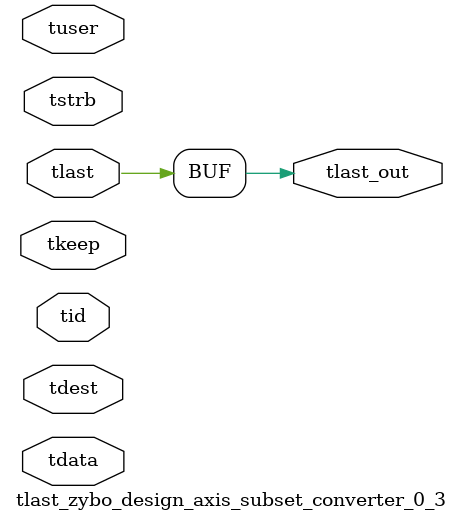
<source format=v>


`timescale 1ps/1ps

module tlast_zybo_design_axis_subset_converter_0_3 #
(
parameter C_S_AXIS_TID_WIDTH   = 1,
parameter C_S_AXIS_TUSER_WIDTH = 0,
parameter C_S_AXIS_TDATA_WIDTH = 0,
parameter C_S_AXIS_TDEST_WIDTH = 0
)
(
input  [(C_S_AXIS_TID_WIDTH   == 0 ? 1 : C_S_AXIS_TID_WIDTH)-1:0       ] tid,
input  [(C_S_AXIS_TDATA_WIDTH == 0 ? 1 : C_S_AXIS_TDATA_WIDTH)-1:0     ] tdata,
input  [(C_S_AXIS_TUSER_WIDTH == 0 ? 1 : C_S_AXIS_TUSER_WIDTH)-1:0     ] tuser,
input  [(C_S_AXIS_TDEST_WIDTH == 0 ? 1 : C_S_AXIS_TDEST_WIDTH)-1:0     ] tdest,
input  [(C_S_AXIS_TDATA_WIDTH/8)-1:0 ] tkeep,
input  [(C_S_AXIS_TDATA_WIDTH/8)-1:0 ] tstrb,
input  [0:0]                                                             tlast,
output                                                                   tlast_out
);

assign tlast_out = {tlast};

endmodule


</source>
